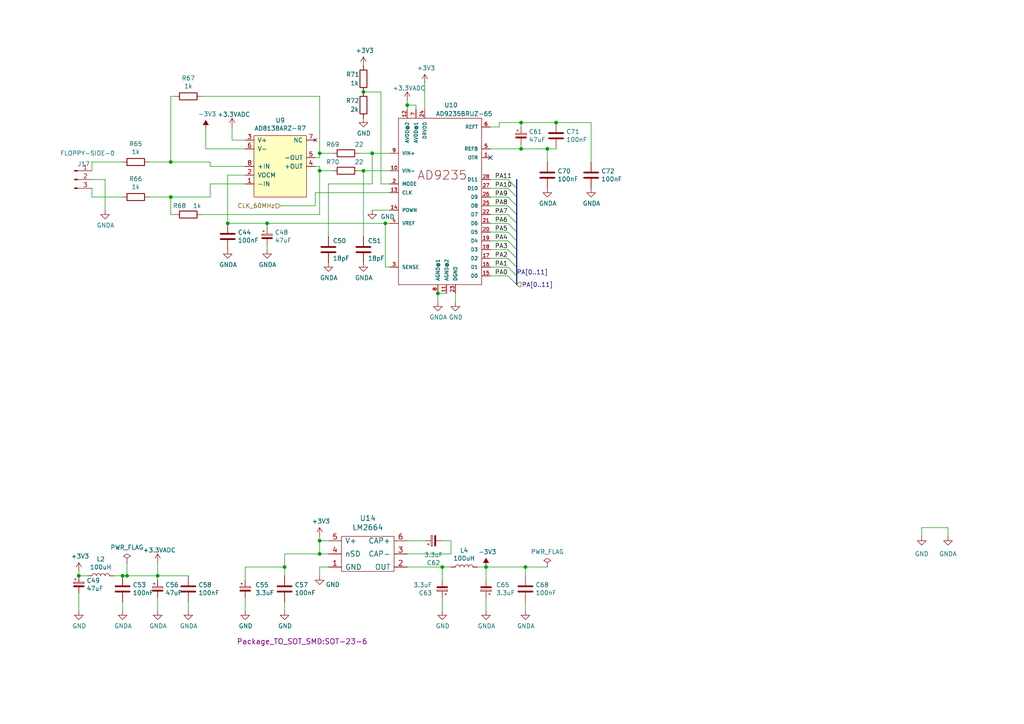
<source format=kicad_sch>
(kicad_sch (version 20231120) (generator "eeschema") (generator_version "8.0")
  (paper "A4")
  (title_block (title "Greaseweazle F7 Lighting, USB PD") (date "2023-08-27") (rev "2.04") (company "SweProj.com"))
  (lib_symbols
    (symbol "AnalogFluxReader-rescue:CP_Small-Device" (pin_numbers hide) (pin_names (offset 0.254) hide)
      (property "Reference" "C" (at 0.254 1.778 0))
      (property "Value" "CP_Small-Device" (at 0.254 -2.032 0))
      (symbol "CP_Small-Device_0_1"
        (rectangle (start -1.524 -0.3048) (end 1.524 -0.6858) (fill (type outline)))
        (rectangle (start -1.524 0.6858) (end 1.524 0.3048))
        (polyline (pts (xy -1.27 1.524) (xy -0.762 1.524)))
        (polyline (pts (xy -1.016 1.27) (xy -1.016 1.778)))
      )
      (symbol "CP_Small-Device_1_1"
        (pin passive line (at 0 2.54 270) (length 1.8542) (name "~") (number "1"))
        (pin passive line (at 0 -2.54 90) (length 1.8542) (name "~") (number "2"))
      )
    )
    (symbol "Connector:Conn_01x03_Male" (pin_names (offset 1.016) hide)
      (property "Reference" "J" (at 0 5.08 0))
      (property "Value" "Conn_01x03_Male" (at 0 -5.08 0))
      (symbol "Conn_01x03_Male_1_1"
        (polyline (pts (xy 1.27 -2.54) (xy 0.8636 -2.54)) (stroke (width 0.1524)))
        (polyline (pts (xy 1.27 0) (xy 0.8636 0)) (stroke (width 0.1524)))
        (polyline (pts (xy 1.27 2.54) (xy 0.8636 2.54)) (stroke (width 0.1524)))
        (rectangle (start 0.8636 -2.413) (end 0 -2.667) (stroke (width 0.1524)) (fill (type outline)))
        (rectangle (start 0.8636 0.127) (end 0 -0.127) (stroke (width 0.1524)) (fill (type outline)))
        (rectangle (start 0.8636 2.667) (end 0 2.413) (stroke (width 0.1524)) (fill (type outline)))
        (pin passive line (at 5.08 2.54 180) (length 3.81) (name "Pin_1") (number "1"))
        (pin passive line (at 5.08 0 180) (length 3.81) (name "Pin_2") (number "2"))
        (pin passive line (at 5.08 -2.54 180) (length 3.81) (name "Pin_3") (number "3"))
      )
    )
    (symbol "Device:C" (pin_numbers hide) (pin_names (offset 0.254))
      (property "Reference" "C" (at 0.635 2.54 0))
      (property "Value" "C" (at 0.635 -2.54 0))
      (symbol "C_0_1"
        (polyline (pts (xy -2.032 -0.762) (xy 2.032 -0.762)) (stroke (width 0.508)))
        (polyline (pts (xy -2.032 0.762) (xy 2.032 0.762)) (stroke (width 0.508)))
      )
      (symbol "C_1_1"
        (pin passive line (at 0 3.81 270) (length 2.794) (name "~") (number "1"))
        (pin passive line (at 0 -3.81 90) (length 2.794) (name "~") (number "2"))
      )
    )
    (symbol "Device:C_Polarized_Small" (pin_numbers hide) (pin_names (offset 0.254) hide)
      (property "Reference" "C" (at 0.254 1.778 0))
      (property "Value" "C_Polarized_Small" (at 0.254 -2.032 0))
      (symbol "C_Polarized_Small_0_1"
        (rectangle (start -1.524 -0.3048) (end 1.524 -0.6858) (fill (type outline)))
        (rectangle (start -1.524 0.6858) (end 1.524 0.3048))
        (polyline (pts (xy -1.27 1.524) (xy -0.762 1.524)))
        (polyline (pts (xy -1.016 1.27) (xy -1.016 1.778)))
      )
      (symbol "C_Polarized_Small_1_1"
        (pin passive line (at 0 2.54 270) (length 1.8542) (name "~") (number "1"))
        (pin passive line (at 0 -2.54 90) (length 1.8542) (name "~") (number "2"))
      )
    )
    (symbol "Device:L" (pin_numbers hide) (pin_names (offset 1.016) hide)
      (property "Reference" "L" (at -1.27 0 90))
      (property "Value" "L" (at 1.905 0 90))
      (symbol "L_0_1"
        (arc (start 0 -2.54) (mid 0.6323 -1.905) (end 0 -1.27))
        (arc (start 0 -1.27) (mid 0.6323 -0.635) (end 0 0))
        (arc (start 0 0) (mid 0.6323 0.635) (end 0 1.27))
        (arc (start 0 1.27) (mid 0.6323 1.905) (end 0 2.54))
      )
      (symbol "L_1_1"
        (pin passive line (at 0 3.81 270) (length 1.27) (name "1") (number "1"))
        (pin passive line (at 0 -3.81 90) (length 1.27) (name "2") (number "2"))
      )
    )
    (symbol "Device:R" (pin_numbers hide) (pin_names (offset 0))
      (property "Reference" "R" (at 2.032 0 90))
      (property "Value" "R" (at 0 0 90))
      (symbol "R_0_1"
        (rectangle (start -1.016 -2.54) (end 1.016 2.54) (stroke (width 0.254)))
      )
      (symbol "R_1_1"
        (pin passive line (at 0 3.81 270) (length 1.27) (name "~") (number "1"))
        (pin passive line (at 0 -3.81 90) (length 1.27) (name "~") (number "2"))
      )
    )
    (symbol "Greaseweazle:AD8138-ad8138" (pin_names (offset 1.016))
      (property "Reference" "IC" (at -7.62 10.16 0))
      (property "Value" "AD8138-ad8138" (at -7.62 -10.16 0))
      (symbol "AD8138-ad8138_0_0"
        (pin input line (at -10.16 -5.08 0) (length 2.54) (name "-IN") (number "1"))
        (pin input line (at -10.16 -2.54 0) (length 2.54) (name "VOCM") (number "2"))
        (pin power_in line (at -10.16 7.62 0) (length 2.54) (name "V+") (number "3"))
        (pin output line (at 10.16 0 180) (length 2.54) (name "+OUT") (number "4"))
        (pin output line (at 10.16 2.54 180) (length 2.54) (name "-OUT") (number "5"))
        (pin power_in line (at -10.16 5.08 0) (length 2.54) (name "V-") (number "6"))
        (pin no_connect line (at 10.16 7.62 180) (length 2.54) (name "NC") (number "7"))
        (pin input line (at -10.16 0 0) (length 2.54) (name "+IN") (number "8"))
      )
      (symbol "AD8138-ad8138_0_1"
        (rectangle (start -7.62 8.89) (end 7.62 -8.89) (fill (type background)))
      )
    )
    (symbol "Greaseweazle:AD9235BR-ad9235" (pin_names (offset 1.016))
      (property "Reference" "U" (at 2.54 26.67 0))
      (property "Value" "AD9235BR-ad9235" (at 6.35 24.13 0))
      (symbol "AD9235BR-ad9235_1_0"
        (polyline (pts (xy -12.7 -25.4) (xy -12.7 22.86)))
        (polyline (pts (xy -12.7 22.86) (xy 11.43 22.86)))
        (polyline (pts (xy 11.43 -25.4) (xy -12.7 -25.4)))
        (polyline (pts (xy 11.43 22.86) (xy 11.43 -25.4)))
        (text "AD9235" (at 0 6.35 0) (effects (font (size 2.54 2.54))))
      )
      (symbol "AD9235BR-ad9235_1_1"
        (pin output line (at 13.97 11.43 180) (length 2.54) (name "OTR") (number "1"))
        (pin input line (at -15.24 7.62 0) (length 2.54) (name "VIN-") (number "10"))
        (pin power_in line (at 1.27 -27.94 90) (length 2.54) (name "AGND@2") (number "11"))
        (pin power_in line (at -10.16 25.4 270) (length 2.54) (name "AVDD@2") (number "12"))
        (pin input line (at -15.24 1.27 0) (length 2.54) (name "CLK") (number "13"))
        (pin input line (at -15.24 -3.81 0) (length 2.54) (name "PDWN") (number "14"))
        (pin output line (at 13.97 -22.86 180) (length 2.54) (name "D0") (number "15"))
        (pin output line (at 13.97 -20.32 180) (length 2.54) (name "D1") (number "16"))
        (pin output line (at 13.97 -17.78 180) (length 2.54) (name "D2") (number "17"))
        (pin output line (at 13.97 -15.24 180) (length 2.54) (name "D3") (number "18"))
        (pin output line (at 13.97 -12.7 180) (length 2.54) (name "D4") (number "19"))
        (pin input line (at -15.24 3.81 0) (length 2.54) (name "MODE") (number "2"))
        (pin output line (at 13.97 -10.16 180) (length 2.54) (name "D5") (number "20"))
        (pin output line (at 13.97 -7.62 180) (length 2.54) (name "D6") (number "21"))
        (pin output line (at 13.97 -5.08 180) (length 2.54) (name "D7") (number "22"))
        (pin power_in line (at 3.81 -27.94 90) (length 2.54) (name "DGND") (number "23"))
        (pin power_in line (at -5.08 25.4 270) (length 2.54) (name "DRVDD") (number "24"))
        (pin output line (at 13.97 -2.54 180) (length 2.54) (name "D8") (number "25"))
        (pin output line (at 13.97 0 180) (length 2.54) (name "D9") (number "26"))
        (pin output line (at 13.97 2.54 180) (length 2.54) (name "D10") (number "27"))
        (pin output line (at 13.97 5.08 180) (length 2.54) (name "D11") (number "28"))
        (pin input line (at -15.24 -20.32 0) (length 2.54) (name "SENSE") (number "3"))
        (pin input line (at -15.24 -7.62 0) (length 2.54) (name "VREF") (number "4"))
        (pin output line (at 13.97 13.97 180) (length 2.54) (name "REFB") (number "5"))
        (pin output line (at 13.97 20.32 180) (length 2.54) (name "REFT") (number "6"))
        (pin power_in line (at -7.62 25.4 270) (length 2.54) (name "AVDD@1") (number "7"))
        (pin power_in line (at -1.27 -27.94 90) (length 2.54) (name "AGND@1") (number "8"))
        (pin input line (at -15.24 12.7 0) (length 2.54) (name "VIN+") (number "9"))
      )
    )
    (symbol "Greaseweazle:CP_Small-Device" (pin_numbers hide) (pin_names (offset 0.254) hide)
      (property "Reference" "C" (at 0.254 1.778 0))
      (property "Value" "CP_Small-Device" (at 0.254 -2.032 0))
      (symbol "CP_Small-Device_0_1"
        (rectangle (start -1.524 -0.3048) (end 1.524 -0.6858) (fill (type outline)))
        (rectangle (start -1.524 0.6858) (end 1.524 0.3048))
        (polyline (pts (xy -1.27 1.524) (xy -0.762 1.524)))
        (polyline (pts (xy -1.016 1.27) (xy -1.016 1.778)))
      )
      (symbol "CP_Small-Device_1_1"
        (pin passive line (at 0 2.54 270) (length 1.8542) (name "~") (number "1"))
        (pin passive line (at 0 -2.54 90) (length 1.8542) (name "~") (number "2"))
      )
    )
    (symbol "Greaseweazle:LM2664-tinkerforge" (pin_names (offset 1.016))
      (property "Reference" "U" (at -6.35 6.35 0))
      (property "Value" "LM2664-tinkerforge" (at 0 -6.35 0))
      (symbol "LM2664-tinkerforge_0_1"
        (rectangle (start -7.62 5.08) (end 7.62 -5.08))
      )
      (symbol "LM2664-tinkerforge_1_1"
        (pin input line (at -11.43 -3.81 0) (length 3.81) (name "GND") (number "1"))
        (pin input line (at 11.43 -3.81 180) (length 3.81) (name "OUT") (number "2"))
        (pin input line (at 11.43 0 180) (length 3.81) (name "CAP-") (number "3"))
        (pin input line (at -11.43 0 0) (length 3.81) (name "nSD") (number "4"))
        (pin input line (at -11.43 3.81 0) (length 3.81) (name "V+") (number "5"))
        (pin input line (at 11.43 3.81 180) (length 3.81) (name "CAP+") (number "6"))
      )
    )
    (symbol "power:+3.3VADC" (power) (pin_names (offset 0))
      (property "Value" "+3.3VADC" (at 0 2.54 0))
      (symbol "+3.3VADC_0_0"
        (pin power_in line (at 0 0 90) (length 0) hide (name "+3.3VADC") (number "1"))
      )
      (symbol "+3.3VADC_0_1"
        (polyline (pts (xy -0.762 1.27) (xy 0 2.54)))
        (polyline (pts (xy 0 0) (xy 0 2.54)))
        (polyline (pts (xy 0 2.54) (xy 0.762 1.27)))
      )
    )
    (symbol "power:+3V3" (power) (pin_names (offset 0))
      (property "Value" "+3V3" (at 0 3.556 0))
      (symbol "+3V3_0_1"
        (polyline (pts (xy -0.762 1.27) (xy 0 2.54)))
        (polyline (pts (xy 0 0) (xy 0 2.54)))
        (polyline (pts (xy 0 2.54) (xy 0.762 1.27)))
      )
      (symbol "+3V3_1_1"
        (pin power_in line (at 0 0 90) (length 0) hide (name "+3V3") (number "1"))
      )
    )
    (symbol "power:-3V3" (power) (pin_names (offset 0))
      (property "Value" "-3V3" (at 0 3.81 0))
      (symbol "-3V3_0_0"
        (pin power_in line (at 0 0 90) (length 0) hide (name "-3V3") (number "1"))
      )
      (symbol "-3V3_0_1"
        (polyline (pts (xy 0 0) (xy 0 1.27) (xy 0.762 1.27) (xy 0 2.54) (xy -0.762 1.27) (xy 0 1.27)) (fill (type outline)))
      )
    )
    (symbol "power:GND" (power) (pin_names (offset 0))
      (property "Value" "GND" (at 0 -3.81 0))
      (symbol "GND_0_1"
        (polyline (pts (xy 0 0) (xy 0 -1.27) (xy 1.27 -1.27) (xy 0 -2.54) (xy -1.27 -1.27) (xy 0 -1.27)))
      )
      (symbol "GND_1_1"
        (pin power_in line (at 0 0 270) (length 0) hide (name "GND") (number "1"))
      )
    )
    (symbol "power:GNDA" (power) (pin_names (offset 0))
      (property "Value" "GNDA" (at 0 -3.81 0))
      (symbol "GNDA_0_1"
        (polyline (pts (xy 0 0) (xy 0 -1.27) (xy 1.27 -1.27) (xy 0 -2.54) (xy -1.27 -1.27) (xy 0 -1.27)))
      )
      (symbol "GNDA_1_1"
        (pin power_in line (at 0 0 270) (length 0) hide (name "GNDA") (number "1"))
      )
    )
    (symbol "power:PWR_FLAG" (power) (pin_numbers hide) (pin_names (offset 0) hide)
      (property "Value" "PWR_FLAG" (at 0 3.81 0))
      (symbol "PWR_FLAG_0_0"
        (pin power_out line (at 0 0 90) (length 0) (name "pwr") (number "1"))
      )
      (symbol "PWR_FLAG_0_1"
        (polyline (pts (xy 0 0) (xy 0 1.27) (xy -1.016 1.905) (xy 0 2.54) (xy 1.016 1.905) (xy 0 1.27)))
      )
    )
  )
  (junction (at 161.29 35.56))
  (junction (at 77.47 64.77))
  (junction (at 66.04 64.77))
  (junction (at 111.76 64.77))
  (junction (at 140.97 164.465))
  (junction (at 158.75 43.18))
  (junction (at 92.71 156.845))
  (junction (at 152.4 164.465))
  (junction (at 92.71 44.45))
  (junction (at 92.71 49.53))
  (junction (at 107.95 44.45))
  (junction (at 151.13 35.56))
  (junction (at 127 85.09))
  (junction (at 105.41 26.67))
  (junction (at 128.27 164.465))
  (junction (at 35.56 167.005))
  (junction (at 92.71 160.655))
  (junction (at 49.53 46.99))
  (junction (at 45.72 167.005))
  (junction (at 82.55 164.465))
  (junction (at 105.41 49.53))
  (junction (at 36.83 167.005))
  (junction (at 151.13 43.18))
  (junction (at 118.11 30.48))
  (junction (at 49.53 57.15))
  (junction (at 22.86 167.005))
  (no_connect (at 142.24 45.72))
  (bus_entry (at 147.32 59.69) (size 2.54 2.54))
  (bus_entry (at 147.32 62.23) (size 2.54 2.54))
  (bus_entry (at 147.32 64.77) (size 2.54 2.54))
  (bus_entry (at 147.32 72.39) (size 2.54 2.54))
  (bus_entry (at 147.32 74.93) (size 2.54 2.54))
  (bus_entry (at 147.32 77.47) (size 2.54 2.54))
  (bus_entry (at 147.32 80.01) (size 2.54 2.54))
  (bus_entry (at 147.32 52.07) (size 2.54 2.54))
  (bus_entry (at 147.32 54.61) (size 2.54 2.54))
  (bus_entry (at 147.32 57.15) (size 2.54 2.54))
  (bus_entry (at 147.32 69.85) (size 2.54 2.54))
  (bus_entry (at 147.32 67.31) (size 2.54 2.54))
  (wire (pts (xy 107.95 60.96) (xy 113.03 60.96)))
  (wire (pts (xy 151.13 43.18) (xy 158.75 43.18)))
  (wire (pts (xy 96.52 49.53) (xy 92.71 49.53)))
  (wire (pts (xy 128.27 173.355) (xy 128.27 177.165)))
  (wire (pts (xy 45.72 167.005) (xy 45.72 163.195)))
  (wire (pts (xy 158.75 164.465) (xy 152.4 164.465)))
  (wire (pts (xy 107.95 44.45) (xy 113.03 44.45)))
  (wire (pts (xy 92.71 156.845) (xy 92.71 155.575)))
  (wire (pts (xy 123.19 31.75) (xy 123.19 24.13)))
  (wire (pts (xy 92.71 27.94) (xy 58.42 27.94)))
  (wire (pts (xy 118.11 31.75) (xy 118.11 30.48)))
  (wire (pts (xy 107.95 53.34) (xy 107.95 44.45)))
  (bus (pts (xy 149.86 52.07) (xy 149.86 54.61)))
  (wire (pts (xy 128.27 156.845) (xy 130.81 156.845)))
  (wire (pts (xy 142.24 57.15) (xy 147.32 57.15)))
  (wire (pts (xy 105.41 68.58) (xy 105.41 49.53)))
  (wire (pts (xy 118.11 156.845) (xy 123.19 156.845)))
  (wire (pts (xy 142.24 59.69) (xy 147.32 59.69)))
  (wire (pts (xy 66.04 64.77) (xy 77.47 64.77)))
  (wire (pts (xy 22.86 167.005) (xy 25.4 167.005)))
  (wire (pts (xy 66.04 64.77) (xy 66.04 50.8)))
  (wire (pts (xy 45.72 168.275) (xy 45.72 167.005)))
  (wire (pts (xy 49.53 62.23) (xy 49.53 57.15)))
  (wire (pts (xy 127 87.63) (xy 127 85.09)))
  (wire (pts (xy 92.71 44.45) (xy 92.71 27.94)))
  (wire (pts (xy 128.27 164.465) (xy 130.81 164.465)))
  (wire (pts (xy 91.44 55.88) (xy 113.03 55.88)))
  (wire (pts (xy 66.04 50.8) (xy 71.12 50.8)))
  (bus (pts (xy 149.86 57.15) (xy 149.86 59.69)))
  (wire (pts (xy 95.25 156.845) (xy 92.71 156.845)))
  (wire (pts (xy 92.71 164.465) (xy 95.25 164.465)))
  (wire (pts (xy 105.41 49.53) (xy 113.03 49.53)))
  (wire (pts (xy 142.24 72.39) (xy 147.32 72.39)))
  (wire (pts (xy 35.56 177.165) (xy 35.56 174.625)))
  (wire (pts (xy 71.12 40.64) (xy 67.31 40.64)))
  (wire (pts (xy 111.76 64.77) (xy 113.03 64.77)))
  (wire (pts (xy 92.71 45.72) (xy 92.71 44.45)))
  (wire (pts (xy 45.72 173.355) (xy 45.72 177.165)))
  (wire (pts (xy 111.76 64.77) (xy 111.76 77.47)))
  (wire (pts (xy 35.56 167.005) (xy 36.83 167.005)))
  (wire (pts (xy 158.75 46.99) (xy 158.75 43.18)))
  (wire (pts (xy 151.13 36.83) (xy 151.13 35.56)))
  (wire (pts (xy 26.67 46.99) (xy 26.67 49.53)))
  (bus (pts (xy 149.86 80.01) (xy 149.86 82.55)))
  (wire (pts (xy 110.49 26.67) (xy 110.49 53.34)))
  (wire (pts (xy 81.28 59.69) (xy 91.44 59.69)))
  (wire (pts (xy 140.97 173.355) (xy 140.97 177.165)))
  (wire (pts (xy 140.97 164.465) (xy 140.97 168.275)))
  (wire (pts (xy 142.24 54.61) (xy 147.32 54.61)))
  (wire (pts (xy 105.41 26.67) (xy 110.49 26.67)))
  (wire (pts (xy 22.86 172.085) (xy 22.86 177.165)))
  (wire (pts (xy 142.24 43.18) (xy 151.13 43.18)))
  (wire (pts (xy 142.24 69.85) (xy 147.32 69.85)))
  (wire (pts (xy 71.12 164.465) (xy 71.12 168.275)))
  (wire (pts (xy 158.75 43.18) (xy 161.29 43.18)))
  (wire (pts (xy 152.4 164.465) (xy 140.97 164.465)))
  (wire (pts (xy 92.71 48.26) (xy 91.44 48.26)))
  (wire (pts (xy 71.12 43.18) (xy 59.69 43.18)))
  (wire (pts (xy 95.25 53.34) (xy 107.95 53.34)))
  (wire (pts (xy 58.42 62.23) (xy 92.71 62.23)))
  (wire (pts (xy 95.25 160.655) (xy 92.71 160.655)))
  (wire (pts (xy 49.53 46.99) (xy 60.96 46.99)))
  (wire (pts (xy 71.12 164.465) (xy 82.55 164.465)))
  (wire (pts (xy 128.27 164.465) (xy 128.27 168.275)))
  (wire (pts (xy 60.96 48.26) (xy 71.12 48.26)))
  (bus (pts (xy 149.86 54.61) (xy 149.86 57.15)))
  (wire (pts (xy 50.8 62.23) (xy 49.53 62.23)))
  (wire (pts (xy 71.12 173.355) (xy 71.12 177.165)))
  (wire (pts (xy 267.335 155.575) (xy 267.335 153.035)))
  (wire (pts (xy 130.81 160.655) (xy 118.11 160.655)))
  (wire (pts (xy 129.54 85.09) (xy 127 85.09)))
  (wire (pts (xy 82.55 167.005) (xy 82.55 164.465)))
  (bus (pts (xy 149.86 62.23) (xy 149.86 64.77)))
  (wire (pts (xy 49.53 27.94) (xy 50.8 27.94)))
  (wire (pts (xy 22.86 165.735) (xy 22.86 167.005)))
  (wire (pts (xy 82.55 164.465) (xy 82.55 160.655)))
  (wire (pts (xy 92.71 62.23) (xy 92.71 49.53)))
  (wire (pts (xy 54.61 174.625) (xy 54.61 177.165)))
  (wire (pts (xy 128.27 164.465) (xy 118.11 164.465)))
  (wire (pts (xy 142.24 67.31) (xy 147.32 67.31)))
  (wire (pts (xy 71.12 53.34) (xy 60.96 53.34)))
  (bus (pts (xy 149.86 77.47) (xy 149.86 80.01)))
  (wire (pts (xy 60.96 46.99) (xy 60.96 48.26)))
  (wire (pts (xy 92.71 167.005) (xy 92.71 164.465)))
  (wire (pts (xy 142.24 52.07) (xy 147.32 52.07)))
  (wire (pts (xy 142.24 64.77) (xy 147.32 64.77)))
  (wire (pts (xy 132.08 87.63) (xy 132.08 85.09)))
  (wire (pts (xy 107.95 44.45) (xy 104.14 44.45)))
  (wire (pts (xy 82.55 160.655) (xy 92.71 160.655)))
  (wire (pts (xy 151.13 41.91) (xy 151.13 43.18)))
  (wire (pts (xy 144.78 35.56) (xy 151.13 35.56)))
  (wire (pts (xy 77.47 64.77) (xy 111.76 64.77)))
  (wire (pts (xy 45.72 167.005) (xy 54.61 167.005)))
  (wire (pts (xy 82.55 177.165) (xy 82.55 174.625)))
  (bus (pts (xy 149.86 64.77) (xy 149.86 67.31)))
  (wire (pts (xy 91.44 45.72) (xy 92.71 45.72)))
  (wire (pts (xy 152.4 167.005) (xy 152.4 164.465)))
  (wire (pts (xy 130.81 156.845) (xy 130.81 160.655)))
  (wire (pts (xy 171.45 35.56) (xy 171.45 46.99)))
  (wire (pts (xy 77.47 71.12) (xy 77.47 72.39)))
  (wire (pts (xy 118.11 30.48) (xy 118.11 29.21)))
  (wire (pts (xy 142.24 77.47) (xy 147.32 77.47)))
  (wire (pts (xy 152.4 177.165) (xy 152.4 174.625)))
  (wire (pts (xy 96.52 44.45) (xy 92.71 44.45)))
  (wire (pts (xy 144.78 36.83) (xy 144.78 35.56)))
  (wire (pts (xy 120.65 30.48) (xy 118.11 30.48)))
  (wire (pts (xy 35.56 57.15) (xy 26.67 57.15)))
  (wire (pts (xy 67.31 40.64) (xy 67.31 36.83)))
  (wire (pts (xy 91.44 59.69) (xy 91.44 55.88)))
  (wire (pts (xy 43.18 46.99) (xy 49.53 46.99)))
  (wire (pts (xy 60.96 53.34) (xy 60.96 57.15)))
  (wire (pts (xy 60.96 57.15) (xy 49.53 57.15)))
  (bus (pts (xy 149.86 67.31) (xy 149.86 69.85)))
  (wire (pts (xy 30.48 60.96) (xy 30.48 52.07)))
  (wire (pts (xy 105.41 49.53) (xy 104.14 49.53)))
  (wire (pts (xy 142.24 62.23) (xy 147.32 62.23)))
  (bus (pts (xy 149.86 69.85) (xy 149.86 72.39)))
  (wire (pts (xy 49.53 46.99) (xy 49.53 27.94)))
  (wire (pts (xy 92.71 49.53) (xy 92.71 48.26)))
  (wire (pts (xy 49.53 57.15) (xy 43.18 57.15)))
  (wire (pts (xy 140.97 164.465) (xy 138.43 164.465)))
  (wire (pts (xy 267.335 153.035) (xy 274.955 153.035)))
  (wire (pts (xy 274.955 153.035) (xy 274.955 155.575)))
  (wire (pts (xy 111.76 77.47) (xy 113.03 77.47)))
  (wire (pts (xy 77.47 64.77) (xy 77.47 66.04)))
  (wire (pts (xy 95.25 68.58) (xy 95.25 53.34)))
  (wire (pts (xy 120.65 31.75) (xy 120.65 30.48)))
  (bus (pts (xy 149.86 74.93) (xy 149.86 77.47)))
  (wire (pts (xy 142.24 74.93) (xy 147.32 74.93)))
  (wire (pts (xy 59.69 37.465) (xy 59.69 43.18)))
  (wire (pts (xy 151.13 35.56) (xy 161.29 35.56)))
  (wire (pts (xy 92.71 160.655) (xy 92.71 156.845)))
  (wire (pts (xy 36.83 167.005) (xy 45.72 167.005)))
  (wire (pts (xy 26.67 46.99) (xy 35.56 46.99)))
  (bus (pts (xy 149.86 72.39) (xy 149.86 74.93)))
  (wire (pts (xy 110.49 53.34) (xy 113.03 53.34)))
  (wire (pts (xy 142.24 36.83) (xy 144.78 36.83)))
  (bus (pts (xy 149.86 59.69) (xy 149.86 62.23)))
  (wire (pts (xy 26.67 54.61) (xy 26.67 57.15)))
  (wire (pts (xy 33.02 167.005) (xy 35.56 167.005)))
  (wire (pts (xy 36.83 163.195) (xy 36.83 167.005)))
  (wire (pts (xy 161.29 35.56) (xy 171.45 35.56)))
  (wire (pts (xy 30.48 52.07) (xy 26.67 52.07)))
  (wire (pts (xy 142.24 80.01) (xy 147.32 80.01)))
  (label "PA7" (at 143.51 62.23 0))
  (label "PA4" (at 143.51 69.85 0))
  (label "PA2" (at 143.51 74.93 0))
  (label "PA11" (at 143.51 52.07 0))
  (label "PA5" (at 143.51 67.31 0))
  (label "PA10" (at 143.51 54.61 0))
  (label "PA3" (at 143.51 72.39 0))
  (label "PA8" (at 143.51 59.69 0))
  (label "PA0" (at 143.51 80.01 0))
  (label "PA9" (at 143.51 57.15 0))
  (label "PA1" (at 143.51 77.47 0))
  (label "PA[0..11]" (at 149.86 80.01 0))
  (label "PA6" (at 143.51 64.77 0))
  (hierarchical_label "CLK_60MHz" (shape input) (at 81.28 59.69 180))
  (hierarchical_label "PA[0..11]" (shape input) (at 149.86 82.55 0))
  (symbol (lib_id "power:+3.3VADC") (at 118.11 29.21 0) (unit 1)
    (property "Reference" "#PWR0210" (effects (hide yes)))
    (property "Value" "+3.3VADC" (at 118.618 25.5778 0))
  )
  (symbol (lib_id "Device:C") (at 66.04 68.58 180) (unit 1)
    (property "Reference" "C44" (at 68.961 67.4116 0) (effects (justify right)))
    (property "Value" "100nF" (at 68.961 69.723 0) (effects (justify right)))
    (property "Footprint" "Capacitor_SMD:C_0402_1005Metric" (effects (hide yes)))
    (property "LCSC" "C1525" (effects (hide yes)))
  )
  (symbol (lib_id "Device:L") (at 29.21 167.005 90) (unit 1)
    (property "Reference" "L2" (at 29.21 162.179 90))
    (property "Value" "100uH" (at 29.21 164.4904 90))
    (property "Footprint" "Greaseweazle:L_6.3x6.3_H3" (effects (hide yes)))
    (property "LCSC" "C434839" (effects (hide yes)))
  )
  (symbol (lib_id "power:GNDA") (at 77.47 72.39 0) (unit 1)
    (property "Reference" "#PWR0195" (effects (hide yes)))
    (property "Value" "GNDA" (at 77.597 76.7842 0))
  )
  (symbol (lib_id "Greaseweazle:CP_Small-Device") (at 151.13 39.37 0) (unit 1)
    (property "Reference" "C61" (at 153.3652 38.2016 0) (effects (justify left)))
    (property "Value" "47uF" (at 153.3652 40.513 0) (effects (justify left)))
    (property "Footprint" "Capacitor_SMD:C_0603_1608Metric" (effects (hide yes)))
    (property "LCSC" "C140782" (effects (hide yes)))
  )
  (symbol (lib_id "Device:C_Polarized_Small") (at 128.27 170.815 180) (unit 1)
    (property "Reference" "C63" (at 125.349 171.9834 0) (effects (justify left)))
    (property "Value" "3.3uF" (at 125.349 169.672 0) (effects (justify left)))
    (property "Footprint" "Capacitor_SMD:CP_Elec_4x5.4" (effects (hide yes)))
    (property "LCSC" "C87864" (effects (hide yes)))
  )
  (symbol (lib_id "power:GNDA") (at 127 87.63 0) (unit 1)
    (property "Reference" "#PWR0212" (effects (hide yes)))
    (property "Value" "GNDA" (at 127.127 92.0242 0))
  )
  (symbol (lib_id "power:GND") (at 71.12 177.165 0) (unit 1)
    (property "Reference" "#PWR0192" (effects (hide yes)))
    (property "Value" "GND" (at 71.247 181.5592 0))
  )
  (symbol (lib_id "Device:R") (at 54.61 27.94 270) (unit 1)
    (property "Reference" "R67" (at 54.61 22.6822 90))
    (property "Value" "1k" (at 54.61 24.9936 90))
    (property "Footprint" "Resistor_THT:R_Axial_DIN0207_L6.3mm_D2.5mm_P7.62mm_Horizontal" (effects (hide yes)))
    (property "LCSC" "C11702" (effects (hide yes)))
  )
  (symbol (lib_id "power:PWR_FLAG") (at 158.75 164.465 0) (unit 1)
    (property "Reference" "#FLG0102" (effects (hide yes)))
    (property "Value" "PWR_FLAG" (at 158.75 160.0454 0))
  )
  (symbol (lib_id "power:GNDA") (at 30.48 60.96 0) (unit 1)
    (property "Reference" "#PWR0205" (effects (hide yes)))
    (property "Value" "GNDA" (at 30.607 65.3542 0))
  )
  (symbol (lib_id "Device:C_Polarized_Small") (at 71.12 170.815 0) (unit 1)
    (property "Reference" "C55" (at 74.041 169.6466 0) (effects (justify left)))
    (property "Value" "3.3uF" (at 74.041 171.958 0) (effects (justify left)))
    (property "Footprint" "Capacitor_SMD:CP_Elec_4x5.4" (effects (hide yes)))
    (property "LCSC" "C87864" (effects (hide yes)))
  )
  (symbol (lib_id "power:-3V3") (at 59.69 37.465 0) (unit 1)
    (property "Reference" "#PWR0207" (effects (hide yes)))
    (property "Value" "-3V3" (at 60.071 33.0708 0))
  )
  (symbol (lib_id "Device:C") (at 171.45 50.8 180) (unit 1)
    (property "Reference" "C72" (at 174.371 49.6316 0) (effects (justify right)))
    (property "Value" "100nF" (at 174.371 51.943 0) (effects (justify right)))
    (property "Footprint" "Capacitor_SMD:C_0402_1005Metric" (effects (hide yes)))
    (property "LCSC" "C1525" (effects (hide yes)))
  )
  (symbol (lib_id "power:GNDA") (at 140.97 177.165 0) (unit 1)
    (property "Reference" "#PWR0188" (effects (hide yes)))
    (property "Value" "GNDA" (at 141.097 181.5592 0))
  )
  (symbol (lib_id "Device:C") (at 82.55 170.815 0) (unit 1)
    (property "Reference" "C57" (at 85.471 169.6466 0) (effects (justify left)))
    (property "Value" "100nF" (at 85.471 171.958 0) (effects (justify left)))
    (property "Footprint" "Capacitor_SMD:C_0402_1005Metric" (effects (hide yes)))
    (property "LCSC" "C1525" (effects (hide yes)))
  )
  (symbol (lib_id "power:GND") (at 107.95 60.96 0) (unit 1)
    (property "Reference" "#PWR0191" (effects (hide yes)))
    (property "Value" "GND" (at 112.395 62.865 0))
  )
  (symbol (lib_id "Device:R") (at 39.37 57.15 270) (unit 1)
    (property "Reference" "R66" (at 39.37 51.8922 90))
    (property "Value" "1k" (at 39.37 54.2036 90))
    (property "Footprint" "Resistor_THT:R_Axial_DIN0207_L6.3mm_D2.5mm_P7.62mm_Horizontal" (effects (hide yes)))
    (property "LCSC" "C11702" (effects (hide yes)))
  )
  (symbol (lib_id "power:GNDA") (at 54.61 177.165 0) (unit 1)
    (property "Reference" "#PWR0199" (effects (hide yes)))
    (property "Value" "GNDA" (at 54.737 181.5592 0))
  )
  (symbol (lib_id "Greaseweazle:AD8138-ad8138") (at 81.28 48.26 0) (unit 1)
    (property "Reference" "U9" (at 81.28 34.925 0))
    (property "Value" "AD8138ARZ-R7" (at 81.28 37.2364 0))
    (property "Footprint" "Package_SO:SOIC-8_3.9x4.9mm_P1.27mm" (effects (hide yes)))
    (property "Datasheet" "http://www.analog.com/media/en/technical-documentation/data-sheets/AD8138.pdf" (effects (hide yes)))
    (property "Farnell" "2725700" (effects (hide yes)))
  )
  (symbol (lib_id "Device:C") (at 158.75 50.8 180) (unit 1)
    (property "Reference" "C70" (at 161.671 49.6316 0) (effects (justify right)))
    (property "Value" "100nF" (at 161.671 51.943 0) (effects (justify right)))
    (property "Footprint" "Capacitor_SMD:C_0402_1005Metric" (effects (hide yes)))
    (property "LCSC" "C1525" (effects (hide yes)))
  )
  (symbol (lib_id "power:GNDA") (at 45.72 177.165 0) (unit 1)
    (property "Reference" "#PWR0183" (effects (hide yes)))
    (property "Value" "GNDA" (at 45.847 181.5592 0))
  )
  (symbol (lib_id "power:GNDA") (at 95.25 76.2 0) (unit 1)
    (property "Reference" "#PWR0194" (effects (hide yes)))
    (property "Value" "GNDA" (at 95.377 80.5942 0))
  )
  (symbol (lib_id "Greaseweazle:LM2664-tinkerforge") (at 106.68 160.655 0) (unit 1)
    (property "Reference" "U14" (at 106.68 150.2918 0) (effects (font (size 1.524 1.524))))
    (property "Value" "LM2664" (at 106.68 152.9842 0) (effects (font (size 1.524 1.524))))
    (property "Footprint" "Package_TO_SOT_SMD:SOT-23-6" (at 87.63 186.055 0) (effects (font (size 1.524 1.524))))
    (property "LCSC" "C840095" (effects (hide yes)))
  )
  (symbol (lib_id "power:+3V3") (at 22.86 165.735 0) (unit 1)
    (property "Reference" "#PWR0189" (effects (hide yes)))
    (property "Value" "+3V3" (at 23.241 161.3408 0))
  )
  (symbol (lib_id "power:+3.3VADC") (at 67.31 36.83 0) (unit 1)
    (property "Reference" "#PWR0203" (effects (hide yes)))
    (property "Value" "+3.3VADC" (at 67.818 33.1978 0))
  )
  (symbol (lib_id "power:GND") (at 105.41 34.29 0) (unit 1)
    (property "Reference" "#PWR0211" (effects (hide yes)))
    (property "Value" "GND" (at 105.537 38.6842 0))
  )
  (symbol (lib_id "Greaseweazle:CP_Small-Device") (at 45.72 170.815 0) (unit 1)
    (property "Reference" "C56" (at 47.9552 169.6466 0) (effects (justify left)))
    (property "Value" "47uF" (at 47.9552 171.958 0) (effects (justify left)))
    (property "Footprint" "Capacitor_SMD:C_0603_1608Metric" (effects (hide yes)))
    (property "LCSC" "C140782" (effects (hide yes)))
  )
  (symbol (lib_id "Greaseweazle:CP_Small-Device") (at 22.86 169.545 0) (unit 1)
    (property "Reference" "C49" (at 25.0952 168.3766 0) (effects (justify left)))
    (property "Value" "47uF" (at 25.0952 170.688 0) (effects (justify left)))
    (property "Footprint" "Capacitor_SMD:C_0603_1608Metric" (effects (hide yes)))
    (property "LCSC" "C140782" (effects (hide yes)))
  )
  (symbol (lib_id "Device:R") (at 54.61 62.23 270) (unit 1)
    (property "Reference" "R68" (at 52.07 59.69 90))
    (property "Value" "1k" (at 57.15 59.69 90))
    (property "Footprint" "Resistor_THT:R_Axial_DIN0207_L6.3mm_D2.5mm_P7.62mm_Horizontal" (effects (hide yes)))
    (property "LCSC" "C11702" (effects (hide yes)))
  )
  (symbol (lib_id "power:GNDA") (at 158.75 54.61 0) (unit 1)
    (property "Reference" "#PWR0215" (effects (hide yes)))
    (property "Value" "GNDA" (at 158.877 59.0042 0))
  )
  (symbol (lib_id "power:+3V3") (at 123.19 24.13 0) (unit 1)
    (property "Reference" "#PWR0209" (effects (hide yes)))
    (property "Value" "+3V3" (at 123.571 19.7358 0))
  )
  (symbol (lib_id "Device:C_Polarized_Small") (at 140.97 170.815 180) (unit 1)
    (property "Reference" "C65" (at 143.891 169.6466 0) (effects (justify right)))
    (property "Value" "3.3uF" (at 143.891 171.958 0) (effects (justify right)))
    (property "Footprint" "Capacitor_SMD:CP_Elec_4x5.4" (effects (hide yes)))
    (property "LCSC" "C87864" (effects (hide yes)))
  )
  (symbol (lib_id "Greaseweazle:AD9235BR-ad9235") (at 128.27 57.15 0) (unit 1)
    (property "Reference" "U10" (at 130.81 30.48 0))
    (property "Value" "AD9235BRUZ-65" (at 134.62 33.02 0))
    (property "Footprint" "Package_SO:TSSOP-28_4.4x9.7mm_P0.65mm" (effects (hide yes)))
  )
  (symbol (lib_id "power:GND") (at 267.335 155.575 0) (unit 1)
    (property "Reference" "#PWR0259" (effects (hide yes)))
    (property "Value" "GND" (at 267.335 160.655 0))
  )
  (symbol (lib_id "Device:C") (at 54.61 170.815 0) (unit 1)
    (property "Reference" "C58" (at 57.531 169.6466 0) (effects (justify left)))
    (property "Value" "100nF" (at 57.531 171.958 0) (effects (justify left)))
    (property "Footprint" "Capacitor_SMD:C_0402_1005Metric" (effects (hide yes)))
    (property "LCSC" "C1525" (effects (hide yes)))
  )
  (symbol (lib_id "Device:C") (at 152.4 170.815 0) (unit 1)
    (property "Reference" "C68" (at 155.321 169.6466 0) (effects (justify left)))
    (property "Value" "100nF" (at 155.321 171.958 0) (effects (justify left)))
    (property "Footprint" "Capacitor_SMD:C_0402_1005Metric" (effects (hide yes)))
    (property "LCSC" "C1525" (effects (hide yes)))
  )
  (symbol (lib_id "Device:C_Polarized_Small") (at 125.73 156.845 90) (unit 1)
    (property "Reference" "C62" (at 125.73 163.2458 90))
    (property "Value" "3.3uF" (at 125.73 160.9344 90))
    (property "Footprint" "Capacitor_SMD:CP_Elec_4x5.4" (effects (hide yes)))
    (property "LCSC" "C87864" (effects (hide yes)))
  )
  (symbol (lib_id "Device:R") (at 100.33 44.45 270) (unit 1)
    (property "Reference" "R69" (at 96.52 41.91 90))
    (property "Value" "22" (at 104.14 41.91 90))
    (property "Footprint" "Resistor_SMD:R_0402_1005Metric" (effects (hide yes)))
    (property "LCSC" "C25092" (effects (hide yes)))
  )
  (symbol (lib_id "power:GND") (at 132.08 87.63 0) (unit 1)
    (property "Reference" "#PWR0214" (effects (hide yes)))
    (property "Value" "GND" (at 132.207 92.0242 0))
  )
  (symbol (lib_id "power:GND") (at 92.71 167.005 0) (unit 1)
    (property "Reference" "#PWR0197" (effects (hide yes)))
    (property "Value" "GND" (at 96.52 169.545 0))
  )
  (symbol (lib_id "Connector:Conn_01x03_Male") (at 21.59 52.07 0) (unit 1)
    (property "Reference" "J17" (at 24.2824 47.5488 0))
    (property "Value" "FLOPPY-SIDE-0" (at 25.4 44.45 0))
    (property "Footprint" "Connector_PinHeader_2.54mm:PinHeader_1x03_P2.54mm_Vertical" (effects (hide yes)))
  )
  (symbol (lib_id "Device:C") (at 105.41 72.39 180) (unit 1)
    (property "Reference" "C51" (at 106.68 69.85 0) (effects (justify right)))
    (property "Value" "18pF" (at 106.68 74.93 0) (effects (justify right)))
    (property "Footprint" "Capacitor_SMD:C_0402_1005Metric" (effects (hide yes)))
    (property "LCSC" "C1549" (effects (hide yes)))
  )
  (symbol (lib_id "Device:C") (at 95.25 72.39 180) (unit 1)
    (property "Reference" "C50" (at 96.52 69.85 0) (effects (justify right)))
    (property "Value" "18pF" (at 96.52 74.93 0) (effects (justify right)))
    (property "Footprint" "Capacitor_SMD:C_0402_1005Metric" (effects (hide yes)))
    (property "LCSC" "C1549" (effects (hide yes)))
  )
  (symbol (lib_id "Device:R") (at 100.33 49.53 270) (unit 1)
    (property "Reference" "R70" (at 96.52 46.99 90))
    (property "Value" "22" (at 104.14 46.99 90))
    (property "Footprint" "Resistor_SMD:R_0402_1005Metric" (effects (hide yes)))
    (property "LCSC" "C25092" (effects (hide yes)))
  )
  (symbol (lib_id "power:GND") (at 82.55 177.165 0) (unit 1)
    (property "Reference" "#PWR0198" (effects (hide yes)))
    (property "Value" "GND" (at 82.677 181.5592 0))
  )
  (symbol (lib_id "Device:R") (at 105.41 30.48 180) (unit 1)
    (property "Reference" "R72" (at 100.33 29.21 0) (effects (justify right)))
    (property "Value" "2k" (at 101.6 31.75 0) (effects (justify right)))
    (property "Footprint" "Resistor_SMD:R_0402_1005Metric" (effects (hide yes)))
    (property "LCSC" "C4109" (effects (hide yes)))
  )
  (symbol (lib_id "power:GNDA") (at 105.41 76.2 0) (unit 1)
    (property "Reference" "#PWR0193" (effects (hide yes)))
    (property "Value" "GNDA" (at 105.537 80.5942 0))
  )
  (symbol (lib_id "power:+3V3") (at 105.41 19.05 0) (unit 1)
    (property "Reference" "#PWR0208" (effects (hide yes)))
    (property "Value" "+3V3" (at 105.791 14.6558 0))
  )
  (symbol (lib_id "power:GNDA") (at 171.45 54.61 0) (unit 1)
    (property "Reference" "#PWR0216" (effects (hide yes)))
    (property "Value" "GNDA" (at 171.577 59.0042 0))
  )
  (symbol (lib_id "Device:R") (at 105.41 22.86 180) (unit 1)
    (property "Reference" "R71" (at 100.33 21.59 0) (effects (justify right)))
    (property "Value" "1k" (at 101.6 24.13 0) (effects (justify right)))
    (property "Footprint" "Resistor_SMD:R_0402_1005Metric" (effects (hide yes)))
    (property "LCSC" "C11702" (effects (hide yes)))
  )
  (symbol (lib_id "Device:L") (at 134.62 164.465 90) (unit 1)
    (property "Reference" "L4" (at 134.62 159.639 90))
    (property "Value" "100uH" (at 134.62 161.9504 90))
    (property "Footprint" "Greaseweazle:L_6.3x6.3_H3" (effects (hide yes)))
    (property "LCSC" "C434839" (effects (hide yes)))
  )
  (symbol (lib_id "Device:C") (at 35.56 170.815 0) (unit 1)
    (property "Reference" "C53" (at 38.481 169.6466 0) (effects (justify left)))
    (property "Value" "100nF" (at 38.481 171.958 0) (effects (justify left)))
    (property "Footprint" "Capacitor_SMD:C_0402_1005Metric" (effects (hide yes)))
    (property "LCSC" "C1525" (effects (hide yes)))
  )
  (symbol (lib_id "power:-3V3") (at 140.97 164.465 0) (unit 1)
    (property "Reference" "#PWR0206" (effects (hide yes)))
    (property "Value" "-3V3" (at 141.351 160.0708 0))
  )
  (symbol (lib_id "power:GNDA") (at 35.56 177.165 0) (unit 1)
    (property "Reference" "#PWR0184" (effects (hide yes)))
    (property "Value" "GNDA" (at 35.687 181.5592 0))
  )
  (symbol (lib_id "power:GNDA") (at 152.4 177.165 0) (unit 1)
    (property "Reference" "#PWR0187" (effects (hide yes)))
    (property "Value" "GNDA" (at 152.527 181.5592 0))
  )
  (symbol (lib_id "power:GNDA") (at 274.955 155.575 0) (unit 1)
    (property "Reference" "#PWR0258" (effects (hide yes)))
    (property "Value" "GNDA" (at 274.955 160.655 0))
  )
  (symbol (lib_id "power:+3.3VADC") (at 45.72 163.195 0) (unit 1)
    (property "Reference" "#PWR0186" (effects (hide yes)))
    (property "Value" "+3.3VADC" (at 46.228 159.5628 0))
  )
  (symbol (lib_id "power:+3V3") (at 92.71 155.575 0) (unit 1)
    (property "Reference" "#PWR0196" (effects (hide yes)))
    (property "Value" "+3V3" (at 93.091 151.1808 0))
  )
  (symbol (lib_id "AnalogFluxReader-rescue:CP_Small-Device") (at 77.47 68.58 0) (unit 1)
    (property "Reference" "C48" (at 79.7052 67.4116 0) (effects (justify left)))
    (property "Value" "47uF" (at 79.7052 69.723 0) (effects (justify left)))
    (property "Footprint" "Capacitor_SMD:C_0603_1608Metric" (effects (hide yes)))
    (property "LCSC" "C140782" (effects (hide yes)))
  )
  (symbol (lib_id "Device:R") (at 39.37 46.99 270) (unit 1)
    (property "Reference" "R65" (at 39.37 41.7322 90))
    (property "Value" "1k" (at 39.37 44.0436 90))
    (property "Footprint" "Resistor_THT:R_Axial_DIN0207_L6.3mm_D2.5mm_P7.62mm_Horizontal" (effects (hide yes)))
    (property "LCSC" "C11702" (effects (hide yes)))
  )
  (symbol (lib_id "Device:C") (at 161.29 39.37 180) (unit 1)
    (property "Reference" "C71" (at 164.211 38.2016 0) (effects (justify right)))
    (property "Value" "100nF" (at 164.211 40.513 0) (effects (justify right)))
    (property "Footprint" "Capacitor_SMD:C_0402_1005Metric" (effects (hide yes)))
    (property "LCSC" "C1525" (effects (hide yes)))
  )
  (symbol (lib_id "power:GND") (at 128.27 177.165 0) (unit 1)
    (property "Reference" "#PWR0204" (effects (hide yes)))
    (property "Value" "GND" (at 128.397 181.5592 0))
  )
  (symbol (lib_id "power:PWR_FLAG") (at 36.83 163.195 0) (unit 1)
    (property "Reference" "#FLG0101" (effects (hide yes)))
    (property "Value" "PWR_FLAG" (at 36.83 158.7754 0))
  )
  (symbol (lib_id "power:GND") (at 22.86 177.165 0) (unit 1)
    (property "Reference" "#PWR0177" (effects (hide yes)))
    (property "Value" "GND" (at 22.987 181.5592 0))
  )
  (symbol (lib_id "power:GNDA") (at 66.04 72.39 0) (unit 1)
    (property "Reference" "#PWR0202" (effects (hide yes)))
    (property "Value" "GNDA" (at 66.167 76.7842 0))
  )
)
</source>
